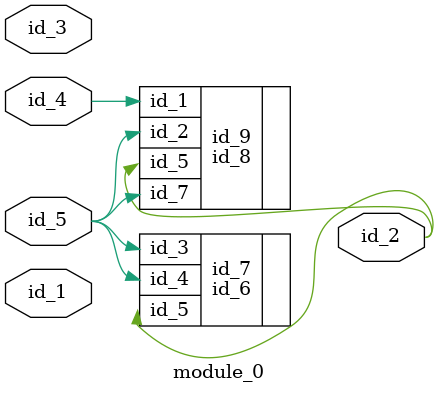
<source format=v>
module module_0 (
    id_1,
    id_2,
    id_3,
    id_4,
    id_5
);
  input id_5;
  input id_4;
  input id_3;
  output id_2;
  input id_1;
  id_6 id_7 (
      .id_5(id_2),
      .id_3(id_5),
      .id_4(id_5)
  );
  id_8 id_9 (
      .id_1(id_3),
      .id_1(id_4),
      .id_7(id_5),
      .id_5(id_4),
      .id_2(id_5),
      .id_5(id_2)
  );
endmodule

</source>
